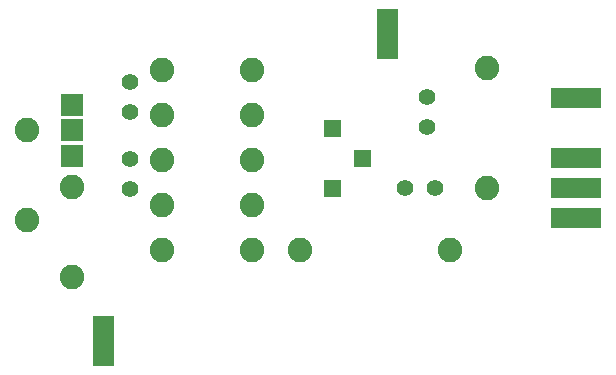
<source format=gbs>
G04 Layer: BottomSolderMaskLayer*
G04 EasyEDA v6.4.7, 2020-09-29T10:47:40+03:00*
G04 c168c89dab9346539a0f0a4d02725cba,e225996ff9fb4a0db64c6d6541834e49,10*
G04 Gerber Generator version 0.2*
G04 Scale: 100 percent, Rotated: No, Reflected: No *
G04 Dimensions in millimeters *
G04 leading zeros omitted , absolute positions ,3 integer and 3 decimal *
%FSLAX33Y33*%
%MOMM*%
G90*
D02*

%ADD26R,4.267200X1.727200*%
%ADD27C,1.397000*%
%ADD28C,2.082800*%

%LPD*%
G36*
G01X56100Y873D02*
G01X56100Y5140D01*
G01X57828Y5140D01*
G01X57828Y873D01*
G01X56100Y873D01*
G37*
G36*
G01X94863Y22717D02*
G01X94863Y24444D01*
G01X99131Y24444D01*
G01X99131Y22717D01*
G01X94863Y22717D01*
G37*
G36*
G01X80170Y26857D02*
G01X80170Y31125D01*
G01X81897Y31125D01*
G01X81897Y26857D01*
G01X80170Y26857D01*
G37*
G54D27*
G01X82476Y15930D03*
G01X85016Y15930D03*
G01X84386Y23619D03*
G01X84386Y21079D03*
G54D28*
G01X61930Y22138D03*
G01X69550Y22138D03*
G01X61902Y25961D03*
G01X69522Y25961D03*
G01X69550Y18328D03*
G01X61930Y18328D03*
G54D27*
G01X59220Y15857D03*
G01X59220Y18397D03*
G54D28*
G01X69550Y14518D03*
G01X61930Y14518D03*
G01X54302Y8387D03*
G01X54302Y16007D03*
G01X69550Y10708D03*
G01X61930Y10708D03*
G54D27*
G01X59209Y22367D03*
G01X59209Y24907D03*
G36*
G01X75658Y15224D02*
G01X75658Y16639D01*
G01X77073Y16639D01*
G01X77073Y15224D01*
G01X75658Y15224D01*
G37*
G36*
G01X78198Y17764D02*
G01X78198Y19179D01*
G01X79613Y19179D01*
G01X79613Y17764D01*
G01X78198Y17764D01*
G37*
G36*
G01X75658Y20304D02*
G01X75658Y21719D01*
G01X77073Y21719D01*
G01X77073Y20304D01*
G01X75658Y20304D01*
G37*
G54D28*
G01X50502Y13246D03*
G01X50502Y20866D03*
G36*
G01X53365Y22059D02*
G01X53365Y23939D01*
G01X55245Y23939D01*
G01X55245Y22059D01*
G01X53365Y22059D01*
G37*
G36*
G01X53365Y19900D02*
G01X53365Y21780D01*
G01X55245Y21780D01*
G01X55245Y19900D01*
G01X53365Y19900D01*
G37*
G36*
G01X53365Y17741D02*
G01X53365Y19621D01*
G01X55245Y19621D01*
G01X55245Y17741D01*
G01X53365Y17741D01*
G37*
G54D26*
G01X96997Y13390D03*
G01X96997Y18470D03*
G01X96997Y15930D03*
G54D28*
G01X73649Y10708D03*
G01X86349Y10708D03*
G01X89415Y26100D03*
G01X89415Y15930D03*
M00*
M02*

</source>
